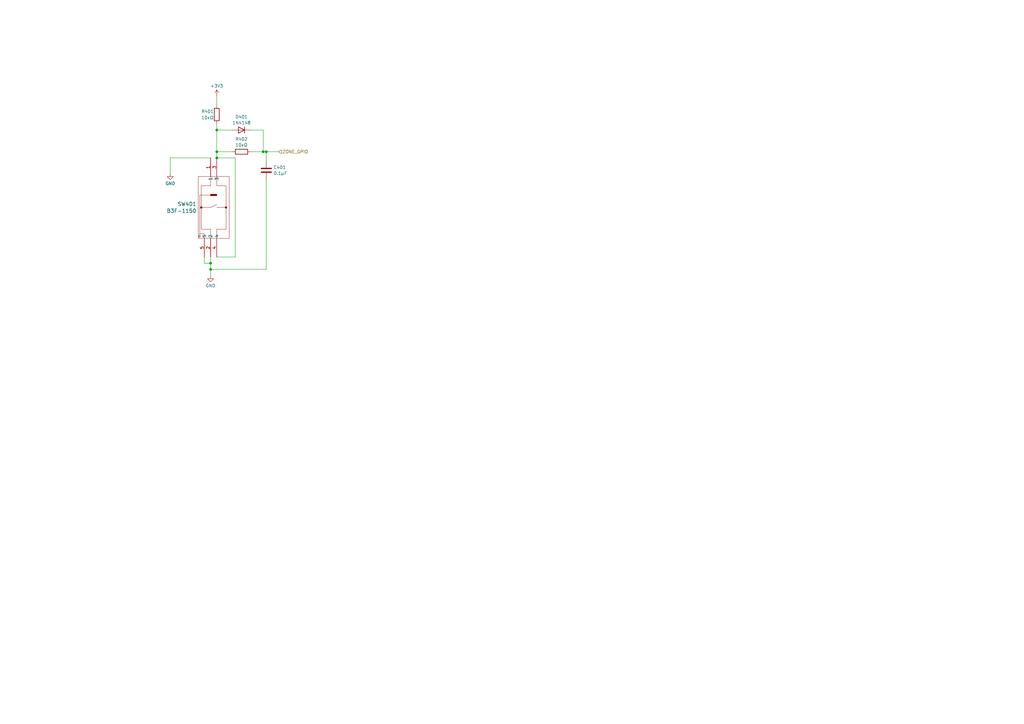
<source format=kicad_sch>
(kicad_sch (version 20231120) (generator "eeschema") (generator_version "8.0")
  (paper "A3")
  (title_block (title "TL2C-ESP32-1 TL2C Adapter for ESP32") (date "2024-02-08") (rev "1.01"))
  (lib_symbols
    (symbol "Device:C" (pin_numbers hide) (pin_names (offset 0.254))
      (property "Reference" "C" (at 0.635 2.54 0))
      (property "Value" "C" (at 0.635 -2.54 0))
      (symbol "C_0_1"
        (polyline (pts (xy -2.032 -0.762) (xy 2.032 -0.762)) (stroke (width 0.508)))
        (polyline (pts (xy -2.032 0.762) (xy 2.032 0.762)) (stroke (width 0.508)))
      )
      (symbol "C_1_1"
        (pin passive line (at 0 3.81 270) (length 2.794) (name "~") (number "1"))
        (pin passive line (at 0 -3.81 90) (length 2.794) (name "~") (number "2"))
      )
    )
    (symbol "Device:R" (pin_numbers hide) (pin_names (offset 0))
      (property "Reference" "R" (at 2.032 0 90))
      (property "Value" "R" (at 0 0 90))
      (symbol "R_0_1"
        (rectangle (start -1.016 -2.54) (end 1.016 2.54) (stroke (width 0.254)))
      )
      (symbol "R_1_1"
        (pin passive line (at 0 3.81 270) (length 1.27) (name "~") (number "1"))
        (pin passive line (at 0 -3.81 90) (length 1.27) (name "~") (number "2"))
      )
    )
    (symbol "Diode:1N4148" (pin_numbers hide) (pin_names hide)
      (property "Reference" "D" (at 0 2.54 0))
      (property "Value" "1N4148" (at 0 -2.54 0))
      (symbol "1N4148_0_1"
        (polyline (pts (xy -1.27 1.27) (xy -1.27 -1.27)) (stroke (width 0.254)))
        (polyline (pts (xy 1.27 0) (xy -1.27 0)))
        (polyline (pts (xy 1.27 1.27) (xy 1.27 -1.27) (xy -1.27 0) (xy 1.27 1.27)) (stroke (width 0.254)))
      )
      (symbol "1N4148_1_1"
        (pin passive line (at -3.81 0 0) (length 2.54) (name "K") (number "1"))
        (pin passive line (at 3.81 0 180) (length 2.54) (name "A") (number "2"))
      )
    )
    (symbol "power:+3V3" (power) (pin_names (offset 0))
      (property "Value" "+3V3" (at 0 3.556 0))
      (symbol "+3V3_0_1"
        (polyline (pts (xy -0.762 1.27) (xy 0 2.54)))
        (polyline (pts (xy 0 0) (xy 0 2.54)))
        (polyline (pts (xy 0 2.54) (xy 0.762 1.27)))
      )
      (symbol "+3V3_1_1"
        (pin power_in line (at 0 0 90) (length 0) hide (name "+3V3") (number "1"))
      )
    )
    (symbol "power:GND" (power) (pin_names (offset 0))
      (property "Value" "GND" (at 0 -3.81 0))
      (symbol "GND_0_1"
        (polyline (pts (xy 0 0) (xy 0 -1.27) (xy 1.27 -1.27) (xy 0 -2.54) (xy -1.27 -1.27) (xy 0 -1.27)))
      )
      (symbol "GND_1_1"
        (pin power_in line (at 0 0 270) (length 0) hide (name "GND") (number "1"))
      )
    )
    (symbol "tl2c-esp:B3F-1150" (pin_names (offset 0.254))
      (property "Reference" "SW" (at 20.32 10.16 0))
      (property "Value" "B3F-1150" (at 20.32 7.62 0))
      (symbol "B3F-1150_0_1"
        (polyline (pts (xy 7.62 -7.62) (xy 33.02 -7.62)) (stroke (width 0.127)))
        (polyline (pts (xy 7.62 -2.54) (xy 11.43 -2.54)) (stroke (width 0.127)))
        (polyline (pts (xy 7.62 0) (xy 11.43 0)) (stroke (width 0.127)))
        (polyline (pts (xy 7.62 5.08) (xy 7.62 -7.62)) (stroke (width 0.127)))
        (polyline (pts (xy 11.43 -6.35) (xy 29.21 -6.35)) (stroke (width 0.127)))
        (polyline (pts (xy 11.43 -2.54) (xy 11.43 -6.35)) (stroke (width 0.127)))
        (polyline (pts (xy 11.43 0) (xy 11.43 3.81)) (stroke (width 0.127)))
        (polyline (pts (xy 14.9225 -2.54) (xy 14.9225 0)) (stroke (width 0.127)))
        (polyline (pts (xy 14.9225 0) (xy 15.5575 0)) (stroke (width 0.127)))
        (polyline (pts (xy 15.24 0) (xy 15.24 4.445)) (stroke (width 0.127)))
        (polyline (pts (xy 15.24 4.445) (xy 31.75 4.445)) (stroke (width 0.127)))
        (polyline (pts (xy 15.5575 -2.54) (xy 14.9225 -2.54)) (stroke (width 0.127)))
        (polyline (pts (xy 15.5575 0) (xy 15.5575 -2.54)) (stroke (width 0.127)))
        (polyline (pts (xy 20.32 -2.54) (xy 20.32 -6.35)) (stroke (width 0.127)))
        (polyline (pts (xy 20.32 0) (xy 19.05 -2.54)) (stroke (width 0.127)))
        (polyline (pts (xy 20.32 3.81) (xy 20.32 0)) (stroke (width 0.127)))
        (polyline (pts (xy 29.21 -6.35) (xy 29.21 -2.54)) (stroke (width 0.127)))
        (polyline (pts (xy 29.21 -2.54) (xy 33.02 -2.54)) (stroke (width 0.127)))
        (polyline (pts (xy 29.21 0) (xy 29.21 3.81)) (stroke (width 0.127)))
        (polyline (pts (xy 29.21 3.81) (xy 11.43 3.81)) (stroke (width 0.127)))
        (polyline (pts (xy 31.115 2.54) (xy 33.02 2.54)) (stroke (width 0.127)))
        (polyline (pts (xy 31.115 4.445) (xy 31.115 2.54)) (stroke (width 0.127)))
        (polyline (pts (xy 31.75 4.1275) (xy 31.9088 4.7625)) (stroke (width 0.127)))
        (polyline (pts (xy 31.75 4.7625) (xy 32.5438 4.7625)) (stroke (width 0.127)))
        (polyline (pts (xy 32.0675 4.1275) (xy 32.2263 4.7625)) (stroke (width 0.127)))
        (polyline (pts (xy 32.5438 4.7625) (xy 32.385 4.1275)) (stroke (width 0.127)))
        (polyline (pts (xy 33.02 -7.62) (xy 33.02 5.08)) (stroke (width 0.127)))
        (polyline (pts (xy 33.02 0) (xy 29.21 0)) (stroke (width 0.127)))
        (polyline (pts (xy 33.02 5.08) (xy 7.62 5.08)) (stroke (width 0.127)))
        (polyline (pts (xy 15.5575 0) (xy 14.9225 0) (xy 14.9225 -2.54) (xy 15.5575 -2.54)) (fill (type outline)))
        (circle (center 20.32 -6.35) (radius 0.254) (stroke (width 0.381)))
        (circle (center 20.32 3.81) (radius 0.254) (stroke (width 0.381)))
        (pin unspecified line (at 0 0 0) (length 7.62) (name "1") (number "1"))
        (pin unspecified line (at 40.64 0 180) (length 7.62) (name "2") (number "2"))
        (pin unspecified line (at 0 -2.54 0) (length 7.62) (name "3") (number "3"))
        (pin unspecified line (at 40.64 -2.54 180) (length 7.62) (name "4") (number "4"))
        (pin unspecified line (at 40.64 2.54 180) (length 7.62) (name "5") (number "5"))
      )
    )
  )
  (junction (at 107.95 62.23))
  (junction (at 109.22 62.23))
  (junction (at 88.9 64.77))
  (junction (at 86.36 110.49))
  (junction (at 88.9 62.23))
  (junction (at 86.36 107.95))
  (junction (at 88.9 53.34))
  (wire (pts (xy 86.36 107.95) (xy 86.36 105.41)))
  (wire (pts (xy 83.82 107.95) (xy 86.36 107.95)))
  (wire (pts (xy 88.9 39.37) (xy 88.9 43.18)))
  (wire (pts (xy 109.22 62.23) (xy 114.3 62.23)))
  (wire (pts (xy 86.36 110.49) (xy 86.36 113.03)))
  (wire (pts (xy 107.95 62.23) (xy 109.22 62.23)))
  (wire (pts (xy 102.87 62.23) (xy 107.95 62.23)))
  (wire (pts (xy 88.9 62.23) (xy 88.9 64.77)))
  (wire (pts (xy 109.22 73.66) (xy 109.22 110.49)))
  (wire (pts (xy 86.36 64.77) (xy 69.85 64.77)))
  (wire (pts (xy 107.95 53.34) (xy 107.95 62.23)))
  (wire (pts (xy 88.9 62.23) (xy 95.25 62.23)))
  (wire (pts (xy 96.52 105.41) (xy 88.9 105.41)))
  (wire (pts (xy 86.36 107.95) (xy 86.36 110.49)))
  (wire (pts (xy 88.9 53.34) (xy 95.25 53.34)))
  (wire (pts (xy 88.9 50.8) (xy 88.9 53.34)))
  (wire (pts (xy 102.87 53.34) (xy 107.95 53.34)))
  (wire (pts (xy 88.9 53.34) (xy 88.9 62.23)))
  (wire (pts (xy 96.52 64.77) (xy 96.52 105.41)))
  (wire (pts (xy 83.82 105.41) (xy 83.82 107.95)))
  (wire (pts (xy 69.85 64.77) (xy 69.85 71.12)))
  (wire (pts (xy 109.22 62.23) (xy 109.22 66.04)))
  (wire (pts (xy 109.22 110.49) (xy 86.36 110.49)))
  (wire (pts (xy 88.9 64.77) (xy 96.52 64.77)))
  (hierarchical_label "ZONE_GPIO" (shape input) (at 114.3 62.23 0))
  (symbol (lib_id "power:GND") (at 69.85 71.12 0) (unit 1)
    (property "Reference" "#PWR0401" (effects (hide yes)))
    (property "Value" "GND" (at 69.85 75.2531 0))
  )
  (symbol (lib_id "Device:C") (at 109.22 69.85 0) (unit 1)
    (property "Reference" "C401" (at 112.141 68.6378 0) (effects (justify left)))
    (property "Value" "0.1μF" (at 112.141 71.0621 0) (effects (justify left)))
    (property "Footprint" "Capacitor_SMD:C_0805_2012Metric" (effects (hide yes)))
  )
  (symbol (lib_id "Device:R") (at 88.9 46.99 0) (mirror y) (unit 1)
    (property "Reference" "R401" (at 82.55 45.72 0) (effects (justify right)))
    (property "Value" "10κΩ" (at 82.55 48.26 0) (effects (justify right)))
    (property "Footprint" "Resistor_SMD:R_0805_2012Metric" (effects (hide yes)))
  )
  (symbol (lib_id "power:GND") (at 86.36 113.03 0) (unit 1)
    (property "Reference" "#PWR0402" (effects (hide yes)))
    (property "Value" "GND" (at 86.36 117.1631 0))
  )
  (symbol (lib_id "power:+3V3") (at 88.9 39.37 0) (unit 1)
    (property "Reference" "#PWR0403" (effects (hide yes)))
    (property "Value" "+3V3" (at 88.9 35.2369 0))
  )
  (symbol (lib_id "Diode:1N4148") (at 99.06 53.34 180) (unit 1)
    (property "Reference" "D401" (at 99.06 47.9257 0))
    (property "Value" "1N4148" (at 99.06 50.3499 0))
    (property "Footprint" "Diode_SMD:D_SOD-123" (effects (hide yes)))
    (property "Datasheet" "https://assets.nexperia.com/documents/data-sheet/1N4148_1N4448.pdf" (effects (hide yes)))
    (property "Sim.Device" "D" (effects (hide yes)))
    (property "Sim.Pins" "1=K 2=A" (effects (hide yes)))
  )
  (symbol (lib_id "Device:R") (at 99.06 62.23 270) (mirror x) (unit 1)
    (property "Reference" "R402" (at 99.06 57.0695 90))
    (property "Value" "10κΩ" (at 99.06 59.4938 90))
    (property "Footprint" "Resistor_SMD:R_0805_2012Metric" (effects (hide yes)))
  )
  (symbol (lib_id "tl2c-esp:B3F-1150") (at 86.36 64.77 90) (mirror x) (unit 1)
    (property "Reference" "SW401" (at 80.5815 83.6736 90) (effects (font (size 1.524 1.524)) (justify left)))
    (property "Value" "B3F-1150" (at 80.5815 86.5064 90) (effects (font (size 1.524 1.524)) (justify left)))
    (property "Footprint" "tl2c-esp:SW_B3F-1150_OMR" (effects (hide yes)))
    (property "Datasheet" "B3F-1150" (effects (hide yes)))
  )
)
</source>
